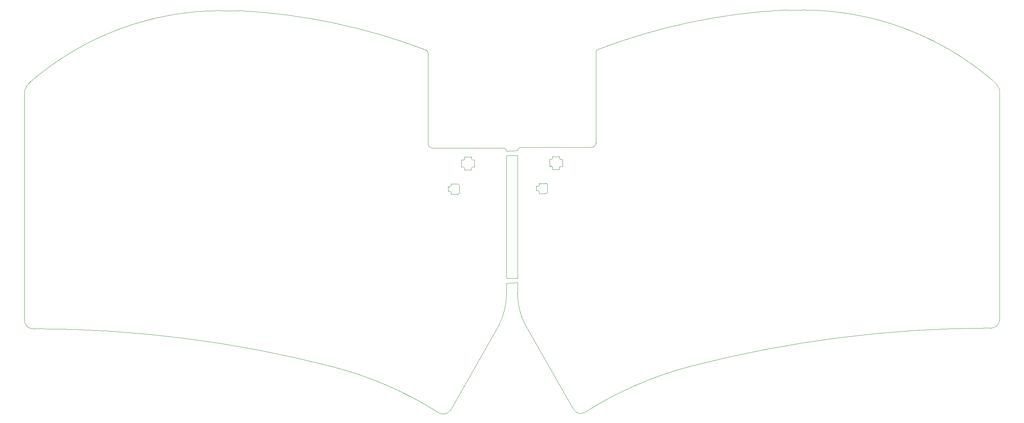
<source format=gm1>
G04 #@! TF.GenerationSoftware,KiCad,Pcbnew,(6.0.9)*
G04 #@! TF.CreationDate,2022-12-29T20:14:13-03:00*
G04 #@! TF.ProjectId,pulso - high,70756c73-6f20-42d2-9068-6967682e6b69,0.3*
G04 #@! TF.SameCoordinates,Original*
G04 #@! TF.FileFunction,Profile,NP*
%FSLAX46Y46*%
G04 Gerber Fmt 4.6, Leading zero omitted, Abs format (unit mm)*
G04 Created by KiCad (PCBNEW (6.0.9)) date 2022-12-29 20:14:13*
%MOMM*%
%LPD*%
G01*
G04 APERTURE LIST*
G04 #@! TA.AperFunction,Profile*
%ADD10C,0.050000*%
G04 #@! TD*
G04 #@! TA.AperFunction,Profile*
%ADD11C,0.120000*%
G04 #@! TD*
G04 APERTURE END LIST*
D10*
X146658652Y-93135500D02*
X149269000Y-92983500D01*
X146658652Y-92000000D02*
X149269000Y-92000000D01*
X146658652Y-63000000D02*
X149269000Y-63000000D01*
X149269000Y-61871000D02*
X146658652Y-62023000D01*
X212337773Y-28718504D02*
G75*
G03*
X168152755Y-38047470I7292600J-143841917D01*
G01*
X162471000Y-122954265D02*
X151019321Y-102868657D01*
X216313000Y-28723000D02*
X212337773Y-28718504D01*
X262715141Y-47492320D02*
G75*
G03*
X261288000Y-45478000I-3872149J-1230685D01*
G01*
X166723000Y-61123913D02*
G75*
G03*
X167723000Y-60123917I12J999988D01*
G01*
X149257002Y-95503000D02*
G75*
G03*
X151019321Y-102868657I16818250J130305D01*
G01*
X260687998Y-103728917D02*
X260413000Y-103729571D01*
X190383293Y-112639136D02*
G75*
G03*
X165203000Y-123553000I21549714J-84223881D01*
G01*
X167718000Y-38728000D02*
X167723000Y-60123917D01*
X262722999Y-101797999D02*
X262715141Y-47492320D01*
X260413000Y-103729571D02*
G75*
G03*
X190383293Y-112639137I279938J-281873894D01*
G01*
X168152753Y-38047465D02*
G75*
G03*
X167718000Y-38728000I315249J-680530D01*
G01*
X162471001Y-122954264D02*
G75*
G03*
X165203000Y-123553000I1662001J1051269D01*
G01*
X149257000Y-95503000D02*
X149269000Y-92983500D01*
X261288000Y-45478000D02*
G75*
G03*
X216313000Y-28723000I-44975001J-51985099D01*
G01*
X260687998Y-103728918D02*
G75*
G03*
X262722999Y-101797999I35000J2000920D01*
G01*
X149269000Y-92000000D02*
X149269000Y-63000000D01*
X150019000Y-61121000D02*
X166723000Y-61123917D01*
X150019000Y-61121043D02*
G75*
G03*
X149269000Y-61871000I-48J-749952D01*
G01*
X34639652Y-45630000D02*
G75*
G03*
X33212511Y-47644320I2445008J-3245005D01*
G01*
X144908331Y-103020657D02*
X133456652Y-123106265D01*
X127774897Y-38199470D02*
G75*
G03*
X83589879Y-28870504I-51477618J-134512951D01*
G01*
X83589879Y-28870504D02*
X79614652Y-28875000D01*
X130724652Y-123705000D02*
G75*
G03*
X105544359Y-112791137I-46730007J-73310017D01*
G01*
X128204652Y-60275917D02*
X128209652Y-38880000D01*
X128204648Y-60275917D02*
G75*
G03*
X129204652Y-61275917I999992J-8D01*
G01*
X144908333Y-103020658D02*
G75*
G03*
X146670652Y-95655000I-15055933J7495963D01*
G01*
X35514652Y-103881571D02*
X35239654Y-103880917D01*
X130724651Y-123705002D02*
G75*
G03*
X133456652Y-123106265I1069999J1650007D01*
G01*
X33212511Y-47644320D02*
X33204653Y-101949999D01*
X129204652Y-61275917D02*
X145908652Y-61273000D01*
X128209647Y-38880000D02*
G75*
G03*
X127774897Y-38199470I-749997J5D01*
G01*
X146658652Y-93135500D02*
X146670652Y-95655000D01*
X79614652Y-28875000D02*
G75*
G03*
X34639652Y-45630000I1J-68740099D01*
G01*
X33204654Y-101949999D02*
G75*
G03*
X35239654Y-103880917I2000000J70001D01*
G01*
X105544359Y-112791137D02*
G75*
G03*
X35514652Y-103881571I-70309645J-272964328D01*
G01*
X146658652Y-63000000D02*
X146658652Y-92000000D01*
X146658695Y-62023000D02*
G75*
G03*
X145908652Y-61273000I-749995J5D01*
G01*
D11*
X156826000Y-65611107D02*
X156826000Y-63934707D01*
X156318000Y-69979907D02*
X156318000Y-71630907D01*
X155937000Y-72011907D02*
X154336800Y-72011907D01*
X157511800Y-63248907D02*
X159188200Y-63248907D01*
X157511800Y-66296907D02*
X159188200Y-66296907D01*
X159874000Y-65611107D02*
X159874000Y-63934707D01*
X154336800Y-69598907D02*
X155937000Y-69598907D01*
X153651000Y-71326107D02*
X153651000Y-70284707D01*
X159188200Y-63248907D02*
G75*
G03*
X159874000Y-63934707I438050J-247750D01*
G01*
X156318000Y-69979907D02*
G75*
G03*
X155937000Y-69598907I-380999J1D01*
G01*
X153651000Y-70284707D02*
G75*
G03*
X154336800Y-69598907I247753J438047D01*
G01*
X157511800Y-66296907D02*
G75*
G03*
X156826000Y-65611107I-438047J247753D01*
G01*
X154336800Y-72011907D02*
G75*
G03*
X153651000Y-71326107I-438047J247753D01*
G01*
X155937000Y-72011907D02*
G75*
G03*
X156318000Y-71630907I1J380999D01*
G01*
X159874000Y-65611107D02*
G75*
G03*
X159188200Y-66296907I-247753J-438047D01*
G01*
X156826000Y-63934707D02*
G75*
G03*
X157511800Y-63248907I247753J438047D01*
G01*
X136786800Y-66446907D02*
X138463200Y-66446907D01*
X132926000Y-71476107D02*
X132926000Y-70434707D01*
X135593000Y-70129907D02*
X135593000Y-71780907D01*
X139149000Y-65761107D02*
X139149000Y-64084707D01*
X135212000Y-72161907D02*
X133611800Y-72161907D01*
X136101000Y-65761107D02*
X136101000Y-64084707D01*
X136786800Y-63398907D02*
X138463200Y-63398907D01*
X133611800Y-69748907D02*
X135212000Y-69748907D01*
X139149000Y-65761107D02*
G75*
G03*
X138463200Y-66446907I-247753J-438047D01*
G01*
X136101000Y-64084707D02*
G75*
G03*
X136786800Y-63398907I247753J438047D01*
G01*
X136786800Y-66446907D02*
G75*
G03*
X136101000Y-65761107I-438047J247753D01*
G01*
X138463200Y-63398907D02*
G75*
G03*
X139149000Y-64084707I438050J-247750D01*
G01*
X132926000Y-70434707D02*
G75*
G03*
X133611800Y-69748907I247753J438047D01*
G01*
X133611800Y-72161907D02*
G75*
G03*
X132926000Y-71476107I-438047J247753D01*
G01*
X135593000Y-70129907D02*
G75*
G03*
X135212000Y-69748907I-380999J1D01*
G01*
X135212000Y-72161907D02*
G75*
G03*
X135593000Y-71780907I1J380999D01*
G01*
M02*

</source>
